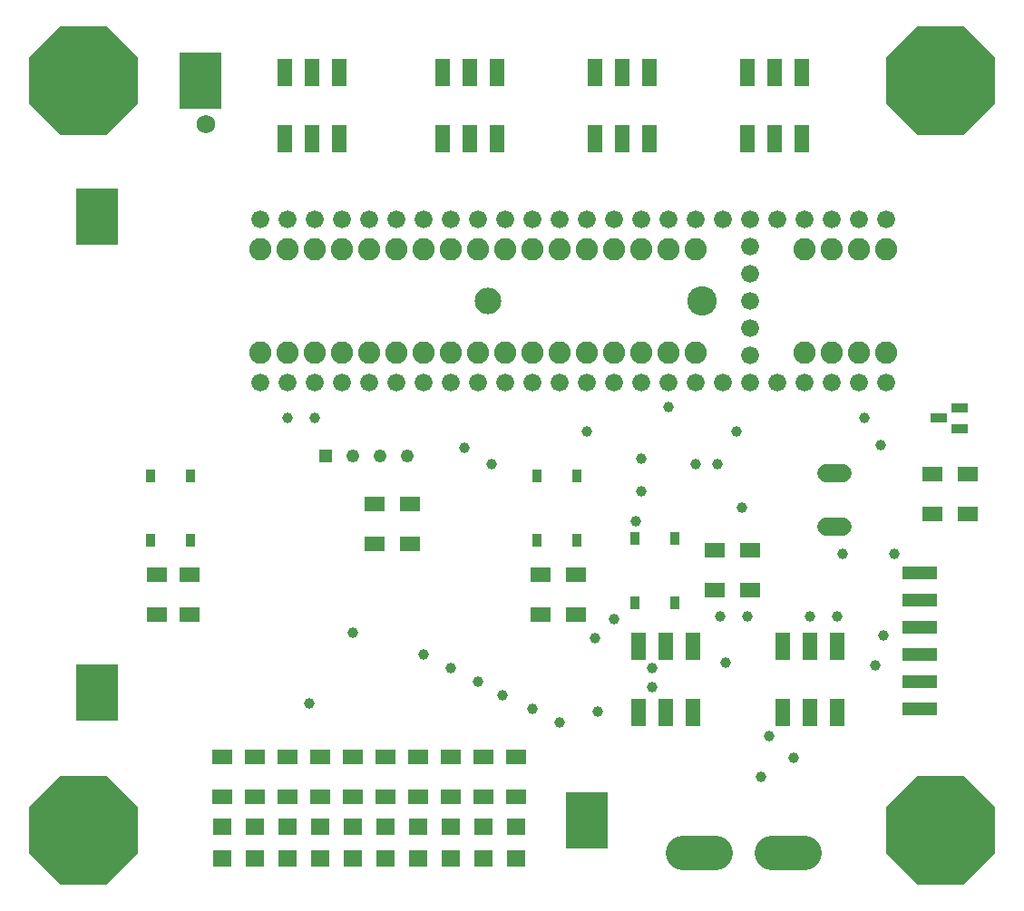
<source format=gbr>
G04 EAGLE Gerber RS-274X export*
G75*
%MOMM*%
%FSLAX34Y34*%
%LPD*%
%INSoldermask Top*%
%IPPOS*%
%AMOC8*
5,1,8,0,0,1.08239X$1,22.5*%
G01*
%ADD10C,3.251200*%
%ADD11C,2.082800*%
%ADD12P,11.043842X8X22.500000*%
%ADD13C,1.727200*%
%ADD14R,1.350200X2.611200*%
%ADD15R,4.013200X5.283200*%
%ADD16R,1.600200X0.838200*%
%ADD17C,2.489200*%
%ADD18C,2.743200*%
%ADD19R,3.203200X1.203200*%
%ADD20R,1.900000X1.400000*%
%ADD21R,1.700000X1.500000*%
%ADD22C,1.676400*%
%ADD23R,1.219200X1.219200*%
%ADD24C,1.219200*%
%ADD25R,0.903200X1.203200*%
%ADD26C,0.990600*%
%ADD27C,1.727200*%


D10*
X964920Y210960D02*
X995400Y210960D01*
X912900Y210960D02*
X882420Y210960D01*
D11*
X487680Y774700D03*
X513080Y774700D03*
X538480Y774700D03*
X563880Y774700D03*
X589280Y774700D03*
X614680Y774700D03*
X640080Y774700D03*
X665480Y774700D03*
X690880Y774700D03*
X716280Y774700D03*
X741680Y774700D03*
X767080Y774700D03*
X792480Y774700D03*
X817880Y774700D03*
X843280Y774700D03*
X868680Y774700D03*
X894080Y774700D03*
X487680Y678180D03*
X513080Y678180D03*
X538480Y678180D03*
X563880Y678180D03*
X589280Y678180D03*
X614680Y678180D03*
X640080Y678180D03*
X665480Y678180D03*
X690880Y678180D03*
X716280Y678180D03*
X741680Y678180D03*
X767080Y678180D03*
X792480Y678180D03*
X817880Y678180D03*
X843280Y678180D03*
X868680Y678180D03*
X894080Y678180D03*
X995680Y678180D03*
X1021080Y678180D03*
X1046480Y678180D03*
X1071880Y678180D03*
X995680Y774700D03*
X1021080Y774700D03*
X1046480Y774700D03*
X1071880Y774700D03*
D12*
X322580Y232410D03*
X1122680Y232410D03*
X1122680Y932180D03*
X322580Y932180D03*
D13*
X1016000Y515620D02*
X1031240Y515620D01*
X1031240Y565620D02*
X1016000Y565620D01*
D14*
X657860Y878280D03*
X657860Y940360D03*
X683260Y878280D03*
X683260Y940360D03*
X708660Y878280D03*
X708660Y940360D03*
X510540Y878280D03*
X510540Y940360D03*
X535940Y878280D03*
X535940Y940360D03*
X561340Y878280D03*
X561340Y940360D03*
X800100Y878280D03*
X800100Y940360D03*
X825500Y878280D03*
X825500Y940360D03*
X850900Y878280D03*
X850900Y940360D03*
X1026160Y404420D03*
X1026160Y342340D03*
X1000760Y404420D03*
X1000760Y342340D03*
X975360Y404420D03*
X975360Y342340D03*
X942340Y878280D03*
X942340Y940360D03*
X967740Y878280D03*
X967740Y940360D03*
X993140Y878280D03*
X993140Y940360D03*
D15*
X335280Y360680D03*
X335280Y805180D03*
D16*
X1140100Y607720D03*
X1140100Y626720D03*
X1120500Y617220D03*
D17*
X700100Y726440D03*
D18*
X900100Y726440D03*
D19*
X1103160Y421640D03*
X1103160Y447040D03*
X1103160Y472440D03*
X1103160Y396240D03*
X1103160Y370840D03*
X1103160Y345440D03*
D20*
X1115060Y564600D03*
X1115060Y527600D03*
X1148080Y527600D03*
X1148080Y564600D03*
D21*
X482600Y235980D03*
X482600Y205980D03*
X513080Y235980D03*
X513080Y205980D03*
X543560Y235980D03*
X543560Y205980D03*
X574040Y235980D03*
X574040Y205980D03*
X604520Y235980D03*
X604520Y205980D03*
X635000Y235980D03*
X635000Y205980D03*
D20*
X482600Y300440D03*
X482600Y263440D03*
X513080Y300440D03*
X513080Y263440D03*
X543560Y300440D03*
X543560Y263440D03*
X574040Y300440D03*
X574040Y263440D03*
X604520Y300440D03*
X604520Y263440D03*
X635000Y300440D03*
X635000Y263440D03*
D21*
X452120Y235980D03*
X452120Y205980D03*
D20*
X452120Y300440D03*
X452120Y263440D03*
D21*
X665480Y235980D03*
X665480Y205980D03*
X695960Y235980D03*
X695960Y205980D03*
X726440Y235980D03*
X726440Y205980D03*
D20*
X665480Y300440D03*
X665480Y263440D03*
X695960Y300440D03*
X695960Y263440D03*
X726440Y300440D03*
X726440Y263440D03*
D22*
X538480Y650240D03*
X563880Y650240D03*
X589280Y650240D03*
X614680Y650240D03*
X640080Y650240D03*
X665480Y650240D03*
X690880Y650240D03*
X716280Y650240D03*
X741680Y650240D03*
X767080Y650240D03*
X792480Y650240D03*
X817880Y650240D03*
X817880Y802640D03*
X792480Y802640D03*
X767080Y802640D03*
X741680Y802640D03*
X716280Y802640D03*
X690880Y802640D03*
X665480Y802640D03*
X640080Y802640D03*
X614680Y802640D03*
X589280Y802640D03*
X563880Y802640D03*
X513080Y650240D03*
X538480Y802640D03*
X513080Y802640D03*
X487680Y650240D03*
X487680Y802640D03*
X843280Y650240D03*
X843280Y802640D03*
X868680Y650240D03*
X894080Y650240D03*
X919480Y650240D03*
X944880Y650240D03*
X970280Y650240D03*
X995680Y650240D03*
X1021080Y650240D03*
X1046480Y650240D03*
X1071880Y650240D03*
X1071880Y802640D03*
X1046480Y802640D03*
X1021080Y802640D03*
X995680Y802640D03*
X970280Y802640D03*
X944880Y802640D03*
X919480Y802640D03*
X894080Y802640D03*
X868680Y802640D03*
X944880Y675640D03*
X944880Y726440D03*
X944880Y751840D03*
X944880Y701040D03*
X944880Y777240D03*
D23*
X548640Y581660D03*
D24*
X574040Y581660D03*
X599440Y581660D03*
X624840Y581660D03*
D25*
X385360Y503400D03*
X422360Y503400D03*
X385360Y563400D03*
X422360Y563400D03*
D20*
X391160Y433620D03*
X391160Y470620D03*
X421640Y433620D03*
X421640Y470620D03*
D15*
X431800Y932180D03*
X792480Y241300D03*
D25*
X746040Y503400D03*
X783040Y503400D03*
X746040Y563400D03*
X783040Y563400D03*
D20*
X749300Y433620D03*
X749300Y470620D03*
X782320Y433620D03*
X782320Y470620D03*
D25*
X837480Y444980D03*
X874480Y444980D03*
X837480Y504980D03*
X874480Y504980D03*
D20*
X944880Y456480D03*
X944880Y493480D03*
X911860Y456480D03*
X911860Y493480D03*
X627380Y499660D03*
X627380Y536660D03*
X594360Y499660D03*
X594360Y536660D03*
D14*
X891540Y404420D03*
X891540Y342340D03*
X866140Y404420D03*
X866140Y342340D03*
X840740Y404420D03*
X840740Y342340D03*
D26*
X802640Y342900D03*
X800100Y411480D03*
X868680Y627380D03*
X955040Y281940D03*
D27*
X436880Y891540D03*
D26*
X838200Y520700D03*
X843280Y579120D03*
X853440Y365760D03*
X843280Y548640D03*
X574040Y416560D03*
X853440Y383540D03*
X894080Y574040D03*
X914400Y574040D03*
X937260Y533400D03*
X932180Y604520D03*
X792480Y604520D03*
X1079500Y490220D03*
X1031240Y490220D03*
X1026160Y431800D03*
X1000760Y431800D03*
X678180Y589280D03*
X703580Y574040D03*
X942340Y431800D03*
X922020Y388620D03*
X985520Y299720D03*
X962660Y320040D03*
X916940Y431800D03*
X817880Y429260D03*
X767080Y332740D03*
X741680Y345440D03*
X713740Y358140D03*
X690880Y370840D03*
X665480Y383540D03*
X640080Y396240D03*
X533400Y350520D03*
X538480Y617220D03*
X1051560Y617220D03*
X1061720Y386080D03*
X1069340Y414020D03*
X1066800Y591820D03*
X513080Y617220D03*
M02*

</source>
